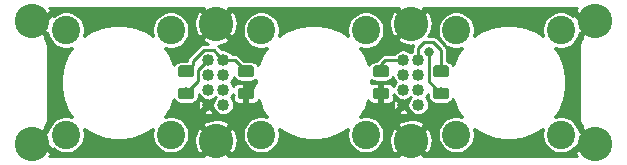
<source format=gbr>
G04 #@! TF.GenerationSoftware,KiCad,Pcbnew,(5.1.4)-1*
G04 #@! TF.CreationDate,2019-10-25T22:43:12-07:00*
G04 #@! TF.ProjectId,SkateLightLEDBoard1.0,536b6174-654c-4696-9768-744c4544426f,rev?*
G04 #@! TF.SameCoordinates,Original*
G04 #@! TF.FileFunction,Copper,L1,Top*
G04 #@! TF.FilePolarity,Positive*
%FSLAX46Y46*%
G04 Gerber Fmt 4.6, Leading zero omitted, Abs format (unit mm)*
G04 Created by KiCad (PCBNEW (5.1.4)-1) date 2019-10-25 22:43:12*
%MOMM*%
%LPD*%
G04 APERTURE LIST*
%ADD10C,1.016000*%
%ADD11C,2.921000*%
%ADD12C,2.400000*%
%ADD13C,0.100000*%
%ADD14C,0.975000*%
%ADD15C,0.800000*%
%ADD16C,0.250000*%
%ADD17C,0.200000*%
%ADD18C,0.500000*%
%ADD19C,0.254000*%
G04 APERTURE END LIST*
D10*
X-8890000Y-1905000D03*
X-7620000Y-1905000D03*
X-8890000Y-635000D03*
X-7620000Y-635000D03*
X-8890000Y635000D03*
X-7620000Y635000D03*
X-8890000Y1905000D03*
X-7620000Y1905000D03*
D11*
X8255000Y-4953000D03*
X8255000Y4953000D03*
X-8255000Y-4953000D03*
X-8255000Y4953000D03*
D10*
X7620000Y-1905000D03*
X8890000Y-1905000D03*
X7620000Y-635000D03*
X8890000Y-635000D03*
X7620000Y635000D03*
X8890000Y635000D03*
X7620000Y1905000D03*
X8890000Y1905000D03*
D12*
X4423000Y-4423000D03*
X-4423000Y-4423000D03*
X-4423000Y4423000D03*
X4423000Y4423000D03*
D13*
G36*
X11275142Y1423826D02*
G01*
X11298803Y1420316D01*
X11322007Y1414504D01*
X11344529Y1406446D01*
X11366153Y1396218D01*
X11386670Y1383921D01*
X11405883Y1369671D01*
X11423607Y1353607D01*
X11439671Y1335883D01*
X11453921Y1316670D01*
X11466218Y1296153D01*
X11476446Y1274529D01*
X11484504Y1252007D01*
X11490316Y1228803D01*
X11493826Y1205142D01*
X11495000Y1181250D01*
X11495000Y693750D01*
X11493826Y669858D01*
X11490316Y646197D01*
X11484504Y622993D01*
X11476446Y600471D01*
X11466218Y578847D01*
X11453921Y558330D01*
X11439671Y539117D01*
X11423607Y521393D01*
X11405883Y505329D01*
X11386670Y491079D01*
X11366153Y478782D01*
X11344529Y468554D01*
X11322007Y460496D01*
X11298803Y454684D01*
X11275142Y451174D01*
X11251250Y450000D01*
X10338750Y450000D01*
X10314858Y451174D01*
X10291197Y454684D01*
X10267993Y460496D01*
X10245471Y468554D01*
X10223847Y478782D01*
X10203330Y491079D01*
X10184117Y505329D01*
X10166393Y521393D01*
X10150329Y539117D01*
X10136079Y558330D01*
X10123782Y578847D01*
X10113554Y600471D01*
X10105496Y622993D01*
X10099684Y646197D01*
X10096174Y669858D01*
X10095000Y693750D01*
X10095000Y1181250D01*
X10096174Y1205142D01*
X10099684Y1228803D01*
X10105496Y1252007D01*
X10113554Y1274529D01*
X10123782Y1296153D01*
X10136079Y1316670D01*
X10150329Y1335883D01*
X10166393Y1353607D01*
X10184117Y1369671D01*
X10203330Y1383921D01*
X10223847Y1396218D01*
X10245471Y1406446D01*
X10267993Y1414504D01*
X10291197Y1420316D01*
X10314858Y1423826D01*
X10338750Y1425000D01*
X11251250Y1425000D01*
X11275142Y1423826D01*
X11275142Y1423826D01*
G37*
D14*
X10795000Y937500D03*
D13*
G36*
X11275142Y-451174D02*
G01*
X11298803Y-454684D01*
X11322007Y-460496D01*
X11344529Y-468554D01*
X11366153Y-478782D01*
X11386670Y-491079D01*
X11405883Y-505329D01*
X11423607Y-521393D01*
X11439671Y-539117D01*
X11453921Y-558330D01*
X11466218Y-578847D01*
X11476446Y-600471D01*
X11484504Y-622993D01*
X11490316Y-646197D01*
X11493826Y-669858D01*
X11495000Y-693750D01*
X11495000Y-1181250D01*
X11493826Y-1205142D01*
X11490316Y-1228803D01*
X11484504Y-1252007D01*
X11476446Y-1274529D01*
X11466218Y-1296153D01*
X11453921Y-1316670D01*
X11439671Y-1335883D01*
X11423607Y-1353607D01*
X11405883Y-1369671D01*
X11386670Y-1383921D01*
X11366153Y-1396218D01*
X11344529Y-1406446D01*
X11322007Y-1414504D01*
X11298803Y-1420316D01*
X11275142Y-1423826D01*
X11251250Y-1425000D01*
X10338750Y-1425000D01*
X10314858Y-1423826D01*
X10291197Y-1420316D01*
X10267993Y-1414504D01*
X10245471Y-1406446D01*
X10223847Y-1396218D01*
X10203330Y-1383921D01*
X10184117Y-1369671D01*
X10166393Y-1353607D01*
X10150329Y-1335883D01*
X10136079Y-1316670D01*
X10123782Y-1296153D01*
X10113554Y-1274529D01*
X10105496Y-1252007D01*
X10099684Y-1228803D01*
X10096174Y-1205142D01*
X10095000Y-1181250D01*
X10095000Y-693750D01*
X10096174Y-669858D01*
X10099684Y-646197D01*
X10105496Y-622993D01*
X10113554Y-600471D01*
X10123782Y-578847D01*
X10136079Y-558330D01*
X10150329Y-539117D01*
X10166393Y-521393D01*
X10184117Y-505329D01*
X10203330Y-491079D01*
X10223847Y-478782D01*
X10245471Y-468554D01*
X10267993Y-460496D01*
X10291197Y-454684D01*
X10314858Y-451174D01*
X10338750Y-450000D01*
X11251250Y-450000D01*
X11275142Y-451174D01*
X11275142Y-451174D01*
G37*
D14*
X10795000Y-937500D03*
D13*
G36*
X-10314858Y-451174D02*
G01*
X-10291197Y-454684D01*
X-10267993Y-460496D01*
X-10245471Y-468554D01*
X-10223847Y-478782D01*
X-10203330Y-491079D01*
X-10184117Y-505329D01*
X-10166393Y-521393D01*
X-10150329Y-539117D01*
X-10136079Y-558330D01*
X-10123782Y-578847D01*
X-10113554Y-600471D01*
X-10105496Y-622993D01*
X-10099684Y-646197D01*
X-10096174Y-669858D01*
X-10095000Y-693750D01*
X-10095000Y-1181250D01*
X-10096174Y-1205142D01*
X-10099684Y-1228803D01*
X-10105496Y-1252007D01*
X-10113554Y-1274529D01*
X-10123782Y-1296153D01*
X-10136079Y-1316670D01*
X-10150329Y-1335883D01*
X-10166393Y-1353607D01*
X-10184117Y-1369671D01*
X-10203330Y-1383921D01*
X-10223847Y-1396218D01*
X-10245471Y-1406446D01*
X-10267993Y-1414504D01*
X-10291197Y-1420316D01*
X-10314858Y-1423826D01*
X-10338750Y-1425000D01*
X-11251250Y-1425000D01*
X-11275142Y-1423826D01*
X-11298803Y-1420316D01*
X-11322007Y-1414504D01*
X-11344529Y-1406446D01*
X-11366153Y-1396218D01*
X-11386670Y-1383921D01*
X-11405883Y-1369671D01*
X-11423607Y-1353607D01*
X-11439671Y-1335883D01*
X-11453921Y-1316670D01*
X-11466218Y-1296153D01*
X-11476446Y-1274529D01*
X-11484504Y-1252007D01*
X-11490316Y-1228803D01*
X-11493826Y-1205142D01*
X-11495000Y-1181250D01*
X-11495000Y-693750D01*
X-11493826Y-669858D01*
X-11490316Y-646197D01*
X-11484504Y-622993D01*
X-11476446Y-600471D01*
X-11466218Y-578847D01*
X-11453921Y-558330D01*
X-11439671Y-539117D01*
X-11423607Y-521393D01*
X-11405883Y-505329D01*
X-11386670Y-491079D01*
X-11366153Y-478782D01*
X-11344529Y-468554D01*
X-11322007Y-460496D01*
X-11298803Y-454684D01*
X-11275142Y-451174D01*
X-11251250Y-450000D01*
X-10338750Y-450000D01*
X-10314858Y-451174D01*
X-10314858Y-451174D01*
G37*
D14*
X-10795000Y-937500D03*
D13*
G36*
X-10314858Y1423826D02*
G01*
X-10291197Y1420316D01*
X-10267993Y1414504D01*
X-10245471Y1406446D01*
X-10223847Y1396218D01*
X-10203330Y1383921D01*
X-10184117Y1369671D01*
X-10166393Y1353607D01*
X-10150329Y1335883D01*
X-10136079Y1316670D01*
X-10123782Y1296153D01*
X-10113554Y1274529D01*
X-10105496Y1252007D01*
X-10099684Y1228803D01*
X-10096174Y1205142D01*
X-10095000Y1181250D01*
X-10095000Y693750D01*
X-10096174Y669858D01*
X-10099684Y646197D01*
X-10105496Y622993D01*
X-10113554Y600471D01*
X-10123782Y578847D01*
X-10136079Y558330D01*
X-10150329Y539117D01*
X-10166393Y521393D01*
X-10184117Y505329D01*
X-10203330Y491079D01*
X-10223847Y478782D01*
X-10245471Y468554D01*
X-10267993Y460496D01*
X-10291197Y454684D01*
X-10314858Y451174D01*
X-10338750Y450000D01*
X-11251250Y450000D01*
X-11275142Y451174D01*
X-11298803Y454684D01*
X-11322007Y460496D01*
X-11344529Y468554D01*
X-11366153Y478782D01*
X-11386670Y491079D01*
X-11405883Y505329D01*
X-11423607Y521393D01*
X-11439671Y539117D01*
X-11453921Y558330D01*
X-11466218Y578847D01*
X-11476446Y600471D01*
X-11484504Y622993D01*
X-11490316Y646197D01*
X-11493826Y669858D01*
X-11495000Y693750D01*
X-11495000Y1181250D01*
X-11493826Y1205142D01*
X-11490316Y1228803D01*
X-11484504Y1252007D01*
X-11476446Y1274529D01*
X-11466218Y1296153D01*
X-11453921Y1316670D01*
X-11439671Y1335883D01*
X-11423607Y1353607D01*
X-11405883Y1369671D01*
X-11386670Y1383921D01*
X-11366153Y1396218D01*
X-11344529Y1406446D01*
X-11322007Y1414504D01*
X-11298803Y1420316D01*
X-11275142Y1423826D01*
X-11251250Y1425000D01*
X-10338750Y1425000D01*
X-10314858Y1423826D01*
X-10314858Y1423826D01*
G37*
D14*
X-10795000Y937500D03*
D11*
X23812500Y5207000D03*
X23812500Y-5207000D03*
X-23812500Y5207000D03*
X-23812500Y-5207000D03*
D13*
G36*
X6195142Y-451174D02*
G01*
X6218803Y-454684D01*
X6242007Y-460496D01*
X6264529Y-468554D01*
X6286153Y-478782D01*
X6306670Y-491079D01*
X6325883Y-505329D01*
X6343607Y-521393D01*
X6359671Y-539117D01*
X6373921Y-558330D01*
X6386218Y-578847D01*
X6396446Y-600471D01*
X6404504Y-622993D01*
X6410316Y-646197D01*
X6413826Y-669858D01*
X6415000Y-693750D01*
X6415000Y-1181250D01*
X6413826Y-1205142D01*
X6410316Y-1228803D01*
X6404504Y-1252007D01*
X6396446Y-1274529D01*
X6386218Y-1296153D01*
X6373921Y-1316670D01*
X6359671Y-1335883D01*
X6343607Y-1353607D01*
X6325883Y-1369671D01*
X6306670Y-1383921D01*
X6286153Y-1396218D01*
X6264529Y-1406446D01*
X6242007Y-1414504D01*
X6218803Y-1420316D01*
X6195142Y-1423826D01*
X6171250Y-1425000D01*
X5258750Y-1425000D01*
X5234858Y-1423826D01*
X5211197Y-1420316D01*
X5187993Y-1414504D01*
X5165471Y-1406446D01*
X5143847Y-1396218D01*
X5123330Y-1383921D01*
X5104117Y-1369671D01*
X5086393Y-1353607D01*
X5070329Y-1335883D01*
X5056079Y-1316670D01*
X5043782Y-1296153D01*
X5033554Y-1274529D01*
X5025496Y-1252007D01*
X5019684Y-1228803D01*
X5016174Y-1205142D01*
X5015000Y-1181250D01*
X5015000Y-693750D01*
X5016174Y-669858D01*
X5019684Y-646197D01*
X5025496Y-622993D01*
X5033554Y-600471D01*
X5043782Y-578847D01*
X5056079Y-558330D01*
X5070329Y-539117D01*
X5086393Y-521393D01*
X5104117Y-505329D01*
X5123330Y-491079D01*
X5143847Y-478782D01*
X5165471Y-468554D01*
X5187993Y-460496D01*
X5211197Y-454684D01*
X5234858Y-451174D01*
X5258750Y-450000D01*
X6171250Y-450000D01*
X6195142Y-451174D01*
X6195142Y-451174D01*
G37*
D14*
X5715000Y-937500D03*
D13*
G36*
X6195142Y1423826D02*
G01*
X6218803Y1420316D01*
X6242007Y1414504D01*
X6264529Y1406446D01*
X6286153Y1396218D01*
X6306670Y1383921D01*
X6325883Y1369671D01*
X6343607Y1353607D01*
X6359671Y1335883D01*
X6373921Y1316670D01*
X6386218Y1296153D01*
X6396446Y1274529D01*
X6404504Y1252007D01*
X6410316Y1228803D01*
X6413826Y1205142D01*
X6415000Y1181250D01*
X6415000Y693750D01*
X6413826Y669858D01*
X6410316Y646197D01*
X6404504Y622993D01*
X6396446Y600471D01*
X6386218Y578847D01*
X6373921Y558330D01*
X6359671Y539117D01*
X6343607Y521393D01*
X6325883Y505329D01*
X6306670Y491079D01*
X6286153Y478782D01*
X6264529Y468554D01*
X6242007Y460496D01*
X6218803Y454684D01*
X6195142Y451174D01*
X6171250Y450000D01*
X5258750Y450000D01*
X5234858Y451174D01*
X5211197Y454684D01*
X5187993Y460496D01*
X5165471Y468554D01*
X5143847Y478782D01*
X5123330Y491079D01*
X5104117Y505329D01*
X5086393Y521393D01*
X5070329Y539117D01*
X5056079Y558330D01*
X5043782Y578847D01*
X5033554Y600471D01*
X5025496Y622993D01*
X5019684Y646197D01*
X5016174Y669858D01*
X5015000Y693750D01*
X5015000Y1181250D01*
X5016174Y1205142D01*
X5019684Y1228803D01*
X5025496Y1252007D01*
X5033554Y1274529D01*
X5043782Y1296153D01*
X5056079Y1316670D01*
X5070329Y1335883D01*
X5086393Y1353607D01*
X5104117Y1369671D01*
X5123330Y1383921D01*
X5143847Y1396218D01*
X5165471Y1406446D01*
X5187993Y1414504D01*
X5211197Y1420316D01*
X5234858Y1423826D01*
X5258750Y1425000D01*
X6171250Y1425000D01*
X6195142Y1423826D01*
X6195142Y1423826D01*
G37*
D14*
X5715000Y937500D03*
D13*
G36*
X-5234858Y-451174D02*
G01*
X-5211197Y-454684D01*
X-5187993Y-460496D01*
X-5165471Y-468554D01*
X-5143847Y-478782D01*
X-5123330Y-491079D01*
X-5104117Y-505329D01*
X-5086393Y-521393D01*
X-5070329Y-539117D01*
X-5056079Y-558330D01*
X-5043782Y-578847D01*
X-5033554Y-600471D01*
X-5025496Y-622993D01*
X-5019684Y-646197D01*
X-5016174Y-669858D01*
X-5015000Y-693750D01*
X-5015000Y-1181250D01*
X-5016174Y-1205142D01*
X-5019684Y-1228803D01*
X-5025496Y-1252007D01*
X-5033554Y-1274529D01*
X-5043782Y-1296153D01*
X-5056079Y-1316670D01*
X-5070329Y-1335883D01*
X-5086393Y-1353607D01*
X-5104117Y-1369671D01*
X-5123330Y-1383921D01*
X-5143847Y-1396218D01*
X-5165471Y-1406446D01*
X-5187993Y-1414504D01*
X-5211197Y-1420316D01*
X-5234858Y-1423826D01*
X-5258750Y-1425000D01*
X-6171250Y-1425000D01*
X-6195142Y-1423826D01*
X-6218803Y-1420316D01*
X-6242007Y-1414504D01*
X-6264529Y-1406446D01*
X-6286153Y-1396218D01*
X-6306670Y-1383921D01*
X-6325883Y-1369671D01*
X-6343607Y-1353607D01*
X-6359671Y-1335883D01*
X-6373921Y-1316670D01*
X-6386218Y-1296153D01*
X-6396446Y-1274529D01*
X-6404504Y-1252007D01*
X-6410316Y-1228803D01*
X-6413826Y-1205142D01*
X-6415000Y-1181250D01*
X-6415000Y-693750D01*
X-6413826Y-669858D01*
X-6410316Y-646197D01*
X-6404504Y-622993D01*
X-6396446Y-600471D01*
X-6386218Y-578847D01*
X-6373921Y-558330D01*
X-6359671Y-539117D01*
X-6343607Y-521393D01*
X-6325883Y-505329D01*
X-6306670Y-491079D01*
X-6286153Y-478782D01*
X-6264529Y-468554D01*
X-6242007Y-460496D01*
X-6218803Y-454684D01*
X-6195142Y-451174D01*
X-6171250Y-450000D01*
X-5258750Y-450000D01*
X-5234858Y-451174D01*
X-5234858Y-451174D01*
G37*
D14*
X-5715000Y-937500D03*
D13*
G36*
X-5234858Y1423826D02*
G01*
X-5211197Y1420316D01*
X-5187993Y1414504D01*
X-5165471Y1406446D01*
X-5143847Y1396218D01*
X-5123330Y1383921D01*
X-5104117Y1369671D01*
X-5086393Y1353607D01*
X-5070329Y1335883D01*
X-5056079Y1316670D01*
X-5043782Y1296153D01*
X-5033554Y1274529D01*
X-5025496Y1252007D01*
X-5019684Y1228803D01*
X-5016174Y1205142D01*
X-5015000Y1181250D01*
X-5015000Y693750D01*
X-5016174Y669858D01*
X-5019684Y646197D01*
X-5025496Y622993D01*
X-5033554Y600471D01*
X-5043782Y578847D01*
X-5056079Y558330D01*
X-5070329Y539117D01*
X-5086393Y521393D01*
X-5104117Y505329D01*
X-5123330Y491079D01*
X-5143847Y478782D01*
X-5165471Y468554D01*
X-5187993Y460496D01*
X-5211197Y454684D01*
X-5234858Y451174D01*
X-5258750Y450000D01*
X-6171250Y450000D01*
X-6195142Y451174D01*
X-6218803Y454684D01*
X-6242007Y460496D01*
X-6264529Y468554D01*
X-6286153Y478782D01*
X-6306670Y491079D01*
X-6325883Y505329D01*
X-6343607Y521393D01*
X-6359671Y539117D01*
X-6373921Y558330D01*
X-6386218Y578847D01*
X-6396446Y600471D01*
X-6404504Y622993D01*
X-6410316Y646197D01*
X-6413826Y669858D01*
X-6415000Y693750D01*
X-6415000Y1181250D01*
X-6413826Y1205142D01*
X-6410316Y1228803D01*
X-6404504Y1252007D01*
X-6396446Y1274529D01*
X-6386218Y1296153D01*
X-6373921Y1316670D01*
X-6359671Y1335883D01*
X-6343607Y1353607D01*
X-6325883Y1369671D01*
X-6306670Y1383921D01*
X-6286153Y1396218D01*
X-6264529Y1406446D01*
X-6242007Y1414504D01*
X-6218803Y1420316D01*
X-6195142Y1423826D01*
X-6171250Y1425000D01*
X-5258750Y1425000D01*
X-5234858Y1423826D01*
X-5234858Y1423826D01*
G37*
D14*
X-5715000Y937500D03*
D12*
X20933000Y-4423000D03*
X12087000Y-4423000D03*
X12087000Y4423000D03*
X20933000Y4423000D03*
X-12087000Y-4423000D03*
X-20933000Y-4423000D03*
X-20933000Y4423000D03*
X-12087000Y4423000D03*
D15*
X9786398Y2556260D03*
X-5321300Y-337820D03*
X10668000Y-5842000D03*
X10668000Y5842000D03*
X5842000Y5842000D03*
X5842000Y-5842000D03*
X-5842000Y5842000D03*
X-5842000Y-5842000D03*
X-10668000Y5842000D03*
X-10845800Y-5892800D03*
X5702300Y-1013460D03*
X6477000Y-3556000D03*
X-5481320Y2537460D03*
D16*
X6901580Y1905000D02*
X7620000Y1905000D01*
X6095000Y1905000D02*
X6901580Y1905000D01*
X5715000Y1525000D02*
X6095000Y1905000D01*
X5715000Y937500D02*
X5715000Y1525000D01*
X10238763Y-381263D02*
X10795000Y-937500D01*
X9769990Y87510D02*
X10238763Y-381263D01*
X9769990Y1974167D02*
X9769990Y87510D01*
X9786398Y1990575D02*
X9769990Y1974167D01*
X9786398Y2556260D02*
X9786398Y1990575D01*
X-8127999Y2412999D02*
X-7620000Y1905000D01*
X-8453001Y2738001D02*
X-8127999Y2412999D01*
X-9289841Y2738001D02*
X-8453001Y2738001D01*
X-10238763Y1789079D02*
X-9289841Y2738001D01*
X-10238763Y1493737D02*
X-10238763Y1789079D01*
X-10795000Y937500D02*
X-10238763Y1493737D01*
X-6682500Y1905000D02*
X-5715000Y937500D01*
X-7620000Y1905000D02*
X-6682500Y1905000D01*
D17*
X-7317500Y4356000D02*
X-7317500Y5588000D01*
D18*
X-23812500Y5207000D02*
X-22788880Y5207000D01*
X-22788880Y5207000D02*
X-22029420Y5966460D01*
X-23812500Y-5207000D02*
X-22839680Y-5207000D01*
X-22839680Y-5207000D02*
X-22044660Y-6002020D01*
X23812500Y5207000D02*
X22799040Y5207000D01*
X22799040Y5207000D02*
X21948140Y6057900D01*
X23812500Y-5207000D02*
X22740620Y-5207000D01*
X22740620Y-5207000D02*
X21973540Y-5974080D01*
D17*
X-9255000Y-5522000D02*
X-9255000Y-4922000D01*
X-7255000Y-4572000D02*
X-7255000Y-5172000D01*
D16*
X10795000Y937500D02*
X10795000Y2750820D01*
X10795000Y2750820D02*
X10144760Y3401060D01*
X10144760Y3401060D02*
X9372600Y3401060D01*
X8890000Y2918460D02*
X8890000Y1905000D01*
X9372600Y3401060D02*
X8890000Y2918460D01*
X-9397999Y1397001D02*
X-8890000Y1905000D01*
X-9769990Y1025010D02*
X-9397999Y1397001D01*
X-9769990Y87510D02*
X-9769990Y1025010D01*
X-10795000Y-937500D02*
X-9769990Y87510D01*
D19*
G36*
X6765164Y375688D02*
G01*
X6832179Y213901D01*
X6929469Y68296D01*
X6997765Y0D01*
X6929469Y-68296D01*
X6832179Y-213901D01*
X6779848Y-340238D01*
X6768701Y-303492D01*
X6733322Y-237304D01*
X6685711Y-179289D01*
X6627696Y-131678D01*
X6561508Y-96299D01*
X6489689Y-74513D01*
X6415000Y-67157D01*
X5937250Y-69000D01*
X5842000Y-164250D01*
X5842000Y-810500D01*
X5862000Y-810500D01*
X5862000Y-1064500D01*
X5842000Y-1064500D01*
X5842000Y-1710750D01*
X5937250Y-1806000D01*
X6415000Y-1807843D01*
X6489689Y-1800487D01*
X6561508Y-1778701D01*
X6627696Y-1743322D01*
X6685711Y-1695711D01*
X6733322Y-1637696D01*
X6768701Y-1571508D01*
X6790487Y-1499689D01*
X6797843Y-1425000D01*
X6796000Y-1159750D01*
X6700752Y-1064502D01*
X6796000Y-1064502D01*
X6796000Y-968756D01*
X6832179Y-1056099D01*
X6929469Y-1201704D01*
X7053296Y-1325531D01*
X7198901Y-1422821D01*
X7360688Y-1489836D01*
X7390340Y-1495734D01*
X7620000Y-1725395D01*
X7849660Y-1495734D01*
X7879312Y-1489836D01*
X8041099Y-1422821D01*
X8186704Y-1325531D01*
X8255000Y-1257235D01*
X8267765Y-1270000D01*
X8199469Y-1338296D01*
X8102179Y-1483901D01*
X8035164Y-1645688D01*
X8029266Y-1675340D01*
X7799605Y-1905000D01*
X8029266Y-2134660D01*
X8035164Y-2164312D01*
X8102179Y-2326099D01*
X8199469Y-2471704D01*
X8323296Y-2595531D01*
X8468901Y-2692821D01*
X8630688Y-2759836D01*
X8802441Y-2794000D01*
X8977559Y-2794000D01*
X9149312Y-2759836D01*
X9311099Y-2692821D01*
X9456704Y-2595531D01*
X9580531Y-2471704D01*
X9677821Y-2326099D01*
X9744836Y-2164312D01*
X9779000Y-1992559D01*
X9779000Y-1817441D01*
X9744836Y-1645688D01*
X9677821Y-1483901D01*
X9580531Y-1338296D01*
X9512235Y-1270000D01*
X9580531Y-1201704D01*
X9677821Y-1056099D01*
X9712157Y-973205D01*
X9712157Y-1181250D01*
X9724197Y-1303492D01*
X9759854Y-1421037D01*
X9817757Y-1529366D01*
X9895682Y-1624318D01*
X9990634Y-1702243D01*
X10098963Y-1760146D01*
X10216508Y-1795803D01*
X10338750Y-1807843D01*
X11251250Y-1807843D01*
X11373492Y-1795803D01*
X11491037Y-1760146D01*
X11599366Y-1702243D01*
X11694318Y-1624318D01*
X11772243Y-1529366D01*
X11821870Y-1436520D01*
X12184514Y-2312020D01*
X12591122Y-2920552D01*
X12548161Y-2902757D01*
X12242715Y-2842000D01*
X11931285Y-2842000D01*
X11625839Y-2902757D01*
X11338116Y-3021936D01*
X11079171Y-3194957D01*
X10858957Y-3415171D01*
X10685936Y-3674116D01*
X10566757Y-3961839D01*
X10506000Y-4267285D01*
X10506000Y-4578715D01*
X10566757Y-4884161D01*
X10685936Y-5171884D01*
X10858957Y-5430829D01*
X11079171Y-5651043D01*
X11338116Y-5824064D01*
X11625839Y-5943243D01*
X11931285Y-6004000D01*
X12242715Y-6004000D01*
X12548161Y-5943243D01*
X12835884Y-5824064D01*
X13094829Y-5651043D01*
X13315043Y-5430829D01*
X13488064Y-5171884D01*
X13607243Y-4884161D01*
X13668000Y-4578715D01*
X13668000Y-4267285D01*
X13607243Y-3961839D01*
X13589448Y-3918878D01*
X14197980Y-4325486D01*
X15086265Y-4693426D01*
X16029263Y-4881000D01*
X16990737Y-4881000D01*
X17933735Y-4693426D01*
X18822020Y-4325486D01*
X19430552Y-3918878D01*
X19412757Y-3961839D01*
X19352000Y-4267285D01*
X19352000Y-4578715D01*
X19412757Y-4884161D01*
X19531936Y-5171884D01*
X19704957Y-5430829D01*
X19925171Y-5651043D01*
X20184116Y-5824064D01*
X20471839Y-5943243D01*
X20777285Y-6004000D01*
X21088715Y-6004000D01*
X21394161Y-5943243D01*
X21681884Y-5824064D01*
X21940829Y-5651043D01*
X22004682Y-5587190D01*
X22009048Y-5621222D01*
X22124512Y-5965099D01*
X22244368Y-6189334D01*
X22348532Y-6261100D01*
X9383495Y-6261100D01*
X8255000Y-5132605D01*
X7126505Y-6261100D01*
X-7126505Y-6261100D01*
X-8255000Y-5132605D01*
X-9383495Y-6261100D01*
X-22348532Y-6261100D01*
X-22244368Y-6189334D01*
X-22082855Y-5864531D01*
X-22006944Y-5584928D01*
X-21940829Y-5651043D01*
X-21681884Y-5824064D01*
X-21394161Y-5943243D01*
X-21088715Y-6004000D01*
X-20777285Y-6004000D01*
X-20471839Y-5943243D01*
X-20184116Y-5824064D01*
X-19925171Y-5651043D01*
X-19704957Y-5430829D01*
X-19531936Y-5171884D01*
X-19412757Y-4884161D01*
X-19352000Y-4578715D01*
X-19352000Y-4267285D01*
X-19412757Y-3961839D01*
X-19430552Y-3918878D01*
X-18822020Y-4325486D01*
X-17933735Y-4693426D01*
X-16990737Y-4881000D01*
X-16029263Y-4881000D01*
X-15086265Y-4693426D01*
X-14197980Y-4325486D01*
X-13589448Y-3918878D01*
X-13607243Y-3961839D01*
X-13668000Y-4267285D01*
X-13668000Y-4578715D01*
X-13607243Y-4884161D01*
X-13488064Y-5171884D01*
X-13315043Y-5430829D01*
X-13094829Y-5651043D01*
X-12835884Y-5824064D01*
X-12548161Y-5943243D01*
X-12242715Y-6004000D01*
X-11931285Y-6004000D01*
X-11625839Y-5943243D01*
X-11338116Y-5824064D01*
X-11079171Y-5651043D01*
X-10858957Y-5430829D01*
X-10685936Y-5171884D01*
X-10617816Y-5007427D01*
X-10104610Y-5007427D01*
X-10058452Y-5367222D01*
X-9942988Y-5711099D01*
X-9823132Y-5935334D01*
X-9582635Y-6101030D01*
X-8434605Y-4953000D01*
X-8075395Y-4953000D01*
X-6927365Y-6101030D01*
X-6686868Y-5935334D01*
X-6525355Y-5610531D01*
X-6430312Y-5260460D01*
X-6405390Y-4898573D01*
X-6451548Y-4538778D01*
X-6567012Y-4194901D01*
X-6686868Y-3970666D01*
X-6927365Y-3804970D01*
X-8075395Y-4953000D01*
X-8434605Y-4953000D01*
X-9582635Y-3804970D01*
X-9823132Y-3970666D01*
X-9984645Y-4295469D01*
X-10079688Y-4645540D01*
X-10104610Y-5007427D01*
X-10617816Y-5007427D01*
X-10566757Y-4884161D01*
X-10506000Y-4578715D01*
X-10506000Y-4267285D01*
X-10566757Y-3961839D01*
X-10685936Y-3674116D01*
X-10718510Y-3625365D01*
X-9403030Y-3625365D01*
X-8255000Y-4773395D01*
X-7106970Y-3625365D01*
X-7272666Y-3384868D01*
X-7597469Y-3223355D01*
X-7947540Y-3128312D01*
X-8309427Y-3103390D01*
X-8669222Y-3149548D01*
X-9013099Y-3265012D01*
X-9237334Y-3384868D01*
X-9403030Y-3625365D01*
X-10718510Y-3625365D01*
X-10858957Y-3415171D01*
X-11079171Y-3194957D01*
X-11338116Y-3021936D01*
X-11625839Y-2902757D01*
X-11931285Y-2842000D01*
X-12242715Y-2842000D01*
X-12548161Y-2902757D01*
X-12591122Y-2920552D01*
X-12344810Y-2551919D01*
X-9357313Y-2551919D01*
X-9306991Y-2695004D01*
X-9144857Y-2761175D01*
X-8972929Y-2794443D01*
X-8797814Y-2793531D01*
X-8626241Y-2758474D01*
X-8473009Y-2695004D01*
X-8422687Y-2551919D01*
X-8890000Y-2084605D01*
X-9357313Y-2551919D01*
X-12344810Y-2551919D01*
X-12184514Y-2312020D01*
X-11981571Y-1822071D01*
X-9779443Y-1822071D01*
X-9778531Y-1997186D01*
X-9743474Y-2168759D01*
X-9680004Y-2321991D01*
X-9536919Y-2372313D01*
X-9069605Y-1905000D01*
X-9536919Y-1437687D01*
X-9680004Y-1488009D01*
X-9746175Y-1650143D01*
X-9779443Y-1822071D01*
X-11981571Y-1822071D01*
X-11821870Y-1436520D01*
X-11772243Y-1529366D01*
X-11694318Y-1624318D01*
X-11599366Y-1702243D01*
X-11491037Y-1760146D01*
X-11373492Y-1795803D01*
X-11251250Y-1807843D01*
X-10338750Y-1807843D01*
X-10216508Y-1795803D01*
X-10098963Y-1760146D01*
X-9990634Y-1702243D01*
X-9895682Y-1624318D01*
X-9817757Y-1529366D01*
X-9759854Y-1421037D01*
X-9724197Y-1303492D01*
X-9712157Y-1181250D01*
X-9712157Y-973205D01*
X-9677821Y-1056099D01*
X-9580531Y-1201704D01*
X-9456704Y-1325531D01*
X-9311099Y-1422821D01*
X-9149312Y-1489836D01*
X-9119660Y-1495734D01*
X-8890000Y-1725395D01*
X-8660340Y-1495734D01*
X-8630688Y-1489836D01*
X-8468901Y-1422821D01*
X-8323296Y-1325531D01*
X-8255000Y-1257235D01*
X-8242235Y-1270000D01*
X-8310531Y-1338296D01*
X-8407821Y-1483901D01*
X-8474836Y-1645688D01*
X-8480734Y-1675340D01*
X-8710395Y-1905000D01*
X-8480734Y-2134660D01*
X-8474836Y-2164312D01*
X-8407821Y-2326099D01*
X-8310531Y-2471704D01*
X-8186704Y-2595531D01*
X-8041099Y-2692821D01*
X-7879312Y-2759836D01*
X-7707559Y-2794000D01*
X-7532441Y-2794000D01*
X-7360688Y-2759836D01*
X-7198901Y-2692821D01*
X-7053296Y-2595531D01*
X-6929469Y-2471704D01*
X-6832179Y-2326099D01*
X-6765164Y-2164312D01*
X-6731000Y-1992559D01*
X-6731000Y-1817441D01*
X-6765164Y-1645688D01*
X-6832179Y-1483901D01*
X-6929469Y-1338296D01*
X-6997765Y-1270000D01*
X-6929469Y-1201704D01*
X-6832179Y-1056099D01*
X-6796000Y-968756D01*
X-6796000Y-1064502D01*
X-6700752Y-1064502D01*
X-6796000Y-1159750D01*
X-6797843Y-1425000D01*
X-6790487Y-1499689D01*
X-6768701Y-1571508D01*
X-6733322Y-1637696D01*
X-6685711Y-1695711D01*
X-6627696Y-1743322D01*
X-6561508Y-1778701D01*
X-6489689Y-1800487D01*
X-6415000Y-1807843D01*
X-5937250Y-1806000D01*
X-5842000Y-1710750D01*
X-5842000Y-1064500D01*
X-5862000Y-1064500D01*
X-5862000Y-810500D01*
X-5842000Y-810500D01*
X-5842000Y-164250D01*
X-5937250Y-69000D01*
X-6415000Y-67157D01*
X-6489689Y-74513D01*
X-6561508Y-96299D01*
X-6627696Y-131678D01*
X-6685711Y-179289D01*
X-6733322Y-237304D01*
X-6768701Y-303492D01*
X-6779848Y-340238D01*
X-6832179Y-213901D01*
X-6929469Y-68296D01*
X-6997765Y0D01*
X-6929469Y68296D01*
X-6832179Y213901D01*
X-6765164Y375688D01*
X-6749744Y453210D01*
X-6692243Y345634D01*
X-6614318Y250682D01*
X-6519366Y172757D01*
X-6411037Y114854D01*
X-6293492Y79197D01*
X-6171250Y67157D01*
X-5258750Y67157D01*
X-5136508Y79197D01*
X-5018963Y114854D01*
X-4910634Y172757D01*
X-4881000Y197077D01*
X-4881000Y-92505D01*
X-4940311Y-74513D01*
X-5015000Y-67157D01*
X-5492750Y-69000D01*
X-5588000Y-164250D01*
X-5588000Y-810500D01*
X-5568000Y-810500D01*
X-5568000Y-1064500D01*
X-5588000Y-1064500D01*
X-5588000Y-1710750D01*
X-5492750Y-1806000D01*
X-5015000Y-1807843D01*
X-4940311Y-1800487D01*
X-4868492Y-1778701D01*
X-4802304Y-1743322D01*
X-4744289Y-1695711D01*
X-4696678Y-1637696D01*
X-4661299Y-1571508D01*
X-4649004Y-1530978D01*
X-4325486Y-2312020D01*
X-3918878Y-2920552D01*
X-3961839Y-2902757D01*
X-4267285Y-2842000D01*
X-4578715Y-2842000D01*
X-4884161Y-2902757D01*
X-5171884Y-3021936D01*
X-5430829Y-3194957D01*
X-5651043Y-3415171D01*
X-5824064Y-3674116D01*
X-5943243Y-3961839D01*
X-6004000Y-4267285D01*
X-6004000Y-4578715D01*
X-5943243Y-4884161D01*
X-5824064Y-5171884D01*
X-5651043Y-5430829D01*
X-5430829Y-5651043D01*
X-5171884Y-5824064D01*
X-4884161Y-5943243D01*
X-4578715Y-6004000D01*
X-4267285Y-6004000D01*
X-3961839Y-5943243D01*
X-3674116Y-5824064D01*
X-3415171Y-5651043D01*
X-3194957Y-5430829D01*
X-3021936Y-5171884D01*
X-2902757Y-4884161D01*
X-2842000Y-4578715D01*
X-2842000Y-4267285D01*
X-2902757Y-3961839D01*
X-2920552Y-3918878D01*
X-2312020Y-4325486D01*
X-1423735Y-4693426D01*
X-480737Y-4881000D01*
X480737Y-4881000D01*
X1423735Y-4693426D01*
X2312020Y-4325486D01*
X2920552Y-3918878D01*
X2902757Y-3961839D01*
X2842000Y-4267285D01*
X2842000Y-4578715D01*
X2902757Y-4884161D01*
X3021936Y-5171884D01*
X3194957Y-5430829D01*
X3415171Y-5651043D01*
X3674116Y-5824064D01*
X3961839Y-5943243D01*
X4267285Y-6004000D01*
X4578715Y-6004000D01*
X4884161Y-5943243D01*
X5171884Y-5824064D01*
X5430829Y-5651043D01*
X5651043Y-5430829D01*
X5824064Y-5171884D01*
X5892184Y-5007427D01*
X6405390Y-5007427D01*
X6451548Y-5367222D01*
X6567012Y-5711099D01*
X6686868Y-5935334D01*
X6927365Y-6101030D01*
X8075395Y-4953000D01*
X8434605Y-4953000D01*
X9582635Y-6101030D01*
X9823132Y-5935334D01*
X9984645Y-5610531D01*
X10079688Y-5260460D01*
X10104610Y-4898573D01*
X10058452Y-4538778D01*
X9942988Y-4194901D01*
X9823132Y-3970666D01*
X9582635Y-3804970D01*
X8434605Y-4953000D01*
X8075395Y-4953000D01*
X6927365Y-3804970D01*
X6686868Y-3970666D01*
X6525355Y-4295469D01*
X6430312Y-4645540D01*
X6405390Y-5007427D01*
X5892184Y-5007427D01*
X5943243Y-4884161D01*
X6004000Y-4578715D01*
X6004000Y-4267285D01*
X5943243Y-3961839D01*
X5824064Y-3674116D01*
X5791490Y-3625365D01*
X7106970Y-3625365D01*
X8255000Y-4773395D01*
X9403030Y-3625365D01*
X9237334Y-3384868D01*
X8912531Y-3223355D01*
X8562460Y-3128312D01*
X8200573Y-3103390D01*
X7840778Y-3149548D01*
X7496901Y-3265012D01*
X7272666Y-3384868D01*
X7106970Y-3625365D01*
X5791490Y-3625365D01*
X5651043Y-3415171D01*
X5430829Y-3194957D01*
X5171884Y-3021936D01*
X4884161Y-2902757D01*
X4578715Y-2842000D01*
X4267285Y-2842000D01*
X3961839Y-2902757D01*
X3918878Y-2920552D01*
X4165190Y-2551919D01*
X7152687Y-2551919D01*
X7203009Y-2695004D01*
X7365143Y-2761175D01*
X7537071Y-2794443D01*
X7712186Y-2793531D01*
X7883759Y-2758474D01*
X8036991Y-2695004D01*
X8087313Y-2551919D01*
X7620000Y-2084605D01*
X7152687Y-2551919D01*
X4165190Y-2551919D01*
X4325486Y-2312020D01*
X4528429Y-1822071D01*
X6730557Y-1822071D01*
X6731469Y-1997186D01*
X6766526Y-2168759D01*
X6829996Y-2321991D01*
X6973081Y-2372313D01*
X7440395Y-1905000D01*
X6973081Y-1437687D01*
X6829996Y-1488009D01*
X6763825Y-1650143D01*
X6730557Y-1822071D01*
X4528429Y-1822071D01*
X4649004Y-1530978D01*
X4661299Y-1571508D01*
X4696678Y-1637696D01*
X4744289Y-1695711D01*
X4802304Y-1743322D01*
X4868492Y-1778701D01*
X4940311Y-1800487D01*
X5015000Y-1807843D01*
X5492750Y-1806000D01*
X5588000Y-1710750D01*
X5588000Y-1064500D01*
X5568000Y-1064500D01*
X5568000Y-810500D01*
X5588000Y-810500D01*
X5588000Y-164250D01*
X5492750Y-69000D01*
X5015000Y-67157D01*
X4940311Y-74513D01*
X4881000Y-92505D01*
X4881000Y197077D01*
X4910634Y172757D01*
X5018963Y114854D01*
X5136508Y79197D01*
X5258750Y67157D01*
X6171250Y67157D01*
X6293492Y79197D01*
X6411037Y114854D01*
X6519366Y172757D01*
X6614318Y250682D01*
X6692243Y345634D01*
X6749744Y453210D01*
X6765164Y375688D01*
X6765164Y375688D01*
G37*
X6765164Y375688D02*
X6832179Y213901D01*
X6929469Y68296D01*
X6997765Y0D01*
X6929469Y-68296D01*
X6832179Y-213901D01*
X6779848Y-340238D01*
X6768701Y-303492D01*
X6733322Y-237304D01*
X6685711Y-179289D01*
X6627696Y-131678D01*
X6561508Y-96299D01*
X6489689Y-74513D01*
X6415000Y-67157D01*
X5937250Y-69000D01*
X5842000Y-164250D01*
X5842000Y-810500D01*
X5862000Y-810500D01*
X5862000Y-1064500D01*
X5842000Y-1064500D01*
X5842000Y-1710750D01*
X5937250Y-1806000D01*
X6415000Y-1807843D01*
X6489689Y-1800487D01*
X6561508Y-1778701D01*
X6627696Y-1743322D01*
X6685711Y-1695711D01*
X6733322Y-1637696D01*
X6768701Y-1571508D01*
X6790487Y-1499689D01*
X6797843Y-1425000D01*
X6796000Y-1159750D01*
X6700752Y-1064502D01*
X6796000Y-1064502D01*
X6796000Y-968756D01*
X6832179Y-1056099D01*
X6929469Y-1201704D01*
X7053296Y-1325531D01*
X7198901Y-1422821D01*
X7360688Y-1489836D01*
X7390340Y-1495734D01*
X7620000Y-1725395D01*
X7849660Y-1495734D01*
X7879312Y-1489836D01*
X8041099Y-1422821D01*
X8186704Y-1325531D01*
X8255000Y-1257235D01*
X8267765Y-1270000D01*
X8199469Y-1338296D01*
X8102179Y-1483901D01*
X8035164Y-1645688D01*
X8029266Y-1675340D01*
X7799605Y-1905000D01*
X8029266Y-2134660D01*
X8035164Y-2164312D01*
X8102179Y-2326099D01*
X8199469Y-2471704D01*
X8323296Y-2595531D01*
X8468901Y-2692821D01*
X8630688Y-2759836D01*
X8802441Y-2794000D01*
X8977559Y-2794000D01*
X9149312Y-2759836D01*
X9311099Y-2692821D01*
X9456704Y-2595531D01*
X9580531Y-2471704D01*
X9677821Y-2326099D01*
X9744836Y-2164312D01*
X9779000Y-1992559D01*
X9779000Y-1817441D01*
X9744836Y-1645688D01*
X9677821Y-1483901D01*
X9580531Y-1338296D01*
X9512235Y-1270000D01*
X9580531Y-1201704D01*
X9677821Y-1056099D01*
X9712157Y-973205D01*
X9712157Y-1181250D01*
X9724197Y-1303492D01*
X9759854Y-1421037D01*
X9817757Y-1529366D01*
X9895682Y-1624318D01*
X9990634Y-1702243D01*
X10098963Y-1760146D01*
X10216508Y-1795803D01*
X10338750Y-1807843D01*
X11251250Y-1807843D01*
X11373492Y-1795803D01*
X11491037Y-1760146D01*
X11599366Y-1702243D01*
X11694318Y-1624318D01*
X11772243Y-1529366D01*
X11821870Y-1436520D01*
X12184514Y-2312020D01*
X12591122Y-2920552D01*
X12548161Y-2902757D01*
X12242715Y-2842000D01*
X11931285Y-2842000D01*
X11625839Y-2902757D01*
X11338116Y-3021936D01*
X11079171Y-3194957D01*
X10858957Y-3415171D01*
X10685936Y-3674116D01*
X10566757Y-3961839D01*
X10506000Y-4267285D01*
X10506000Y-4578715D01*
X10566757Y-4884161D01*
X10685936Y-5171884D01*
X10858957Y-5430829D01*
X11079171Y-5651043D01*
X11338116Y-5824064D01*
X11625839Y-5943243D01*
X11931285Y-6004000D01*
X12242715Y-6004000D01*
X12548161Y-5943243D01*
X12835884Y-5824064D01*
X13094829Y-5651043D01*
X13315043Y-5430829D01*
X13488064Y-5171884D01*
X13607243Y-4884161D01*
X13668000Y-4578715D01*
X13668000Y-4267285D01*
X13607243Y-3961839D01*
X13589448Y-3918878D01*
X14197980Y-4325486D01*
X15086265Y-4693426D01*
X16029263Y-4881000D01*
X16990737Y-4881000D01*
X17933735Y-4693426D01*
X18822020Y-4325486D01*
X19430552Y-3918878D01*
X19412757Y-3961839D01*
X19352000Y-4267285D01*
X19352000Y-4578715D01*
X19412757Y-4884161D01*
X19531936Y-5171884D01*
X19704957Y-5430829D01*
X19925171Y-5651043D01*
X20184116Y-5824064D01*
X20471839Y-5943243D01*
X20777285Y-6004000D01*
X21088715Y-6004000D01*
X21394161Y-5943243D01*
X21681884Y-5824064D01*
X21940829Y-5651043D01*
X22004682Y-5587190D01*
X22009048Y-5621222D01*
X22124512Y-5965099D01*
X22244368Y-6189334D01*
X22348532Y-6261100D01*
X9383495Y-6261100D01*
X8255000Y-5132605D01*
X7126505Y-6261100D01*
X-7126505Y-6261100D01*
X-8255000Y-5132605D01*
X-9383495Y-6261100D01*
X-22348532Y-6261100D01*
X-22244368Y-6189334D01*
X-22082855Y-5864531D01*
X-22006944Y-5584928D01*
X-21940829Y-5651043D01*
X-21681884Y-5824064D01*
X-21394161Y-5943243D01*
X-21088715Y-6004000D01*
X-20777285Y-6004000D01*
X-20471839Y-5943243D01*
X-20184116Y-5824064D01*
X-19925171Y-5651043D01*
X-19704957Y-5430829D01*
X-19531936Y-5171884D01*
X-19412757Y-4884161D01*
X-19352000Y-4578715D01*
X-19352000Y-4267285D01*
X-19412757Y-3961839D01*
X-19430552Y-3918878D01*
X-18822020Y-4325486D01*
X-17933735Y-4693426D01*
X-16990737Y-4881000D01*
X-16029263Y-4881000D01*
X-15086265Y-4693426D01*
X-14197980Y-4325486D01*
X-13589448Y-3918878D01*
X-13607243Y-3961839D01*
X-13668000Y-4267285D01*
X-13668000Y-4578715D01*
X-13607243Y-4884161D01*
X-13488064Y-5171884D01*
X-13315043Y-5430829D01*
X-13094829Y-5651043D01*
X-12835884Y-5824064D01*
X-12548161Y-5943243D01*
X-12242715Y-6004000D01*
X-11931285Y-6004000D01*
X-11625839Y-5943243D01*
X-11338116Y-5824064D01*
X-11079171Y-5651043D01*
X-10858957Y-5430829D01*
X-10685936Y-5171884D01*
X-10617816Y-5007427D01*
X-10104610Y-5007427D01*
X-10058452Y-5367222D01*
X-9942988Y-5711099D01*
X-9823132Y-5935334D01*
X-9582635Y-6101030D01*
X-8434605Y-4953000D01*
X-8075395Y-4953000D01*
X-6927365Y-6101030D01*
X-6686868Y-5935334D01*
X-6525355Y-5610531D01*
X-6430312Y-5260460D01*
X-6405390Y-4898573D01*
X-6451548Y-4538778D01*
X-6567012Y-4194901D01*
X-6686868Y-3970666D01*
X-6927365Y-3804970D01*
X-8075395Y-4953000D01*
X-8434605Y-4953000D01*
X-9582635Y-3804970D01*
X-9823132Y-3970666D01*
X-9984645Y-4295469D01*
X-10079688Y-4645540D01*
X-10104610Y-5007427D01*
X-10617816Y-5007427D01*
X-10566757Y-4884161D01*
X-10506000Y-4578715D01*
X-10506000Y-4267285D01*
X-10566757Y-3961839D01*
X-10685936Y-3674116D01*
X-10718510Y-3625365D01*
X-9403030Y-3625365D01*
X-8255000Y-4773395D01*
X-7106970Y-3625365D01*
X-7272666Y-3384868D01*
X-7597469Y-3223355D01*
X-7947540Y-3128312D01*
X-8309427Y-3103390D01*
X-8669222Y-3149548D01*
X-9013099Y-3265012D01*
X-9237334Y-3384868D01*
X-9403030Y-3625365D01*
X-10718510Y-3625365D01*
X-10858957Y-3415171D01*
X-11079171Y-3194957D01*
X-11338116Y-3021936D01*
X-11625839Y-2902757D01*
X-11931285Y-2842000D01*
X-12242715Y-2842000D01*
X-12548161Y-2902757D01*
X-12591122Y-2920552D01*
X-12344810Y-2551919D01*
X-9357313Y-2551919D01*
X-9306991Y-2695004D01*
X-9144857Y-2761175D01*
X-8972929Y-2794443D01*
X-8797814Y-2793531D01*
X-8626241Y-2758474D01*
X-8473009Y-2695004D01*
X-8422687Y-2551919D01*
X-8890000Y-2084605D01*
X-9357313Y-2551919D01*
X-12344810Y-2551919D01*
X-12184514Y-2312020D01*
X-11981571Y-1822071D01*
X-9779443Y-1822071D01*
X-9778531Y-1997186D01*
X-9743474Y-2168759D01*
X-9680004Y-2321991D01*
X-9536919Y-2372313D01*
X-9069605Y-1905000D01*
X-9536919Y-1437687D01*
X-9680004Y-1488009D01*
X-9746175Y-1650143D01*
X-9779443Y-1822071D01*
X-11981571Y-1822071D01*
X-11821870Y-1436520D01*
X-11772243Y-1529366D01*
X-11694318Y-1624318D01*
X-11599366Y-1702243D01*
X-11491037Y-1760146D01*
X-11373492Y-1795803D01*
X-11251250Y-1807843D01*
X-10338750Y-1807843D01*
X-10216508Y-1795803D01*
X-10098963Y-1760146D01*
X-9990634Y-1702243D01*
X-9895682Y-1624318D01*
X-9817757Y-1529366D01*
X-9759854Y-1421037D01*
X-9724197Y-1303492D01*
X-9712157Y-1181250D01*
X-9712157Y-973205D01*
X-9677821Y-1056099D01*
X-9580531Y-1201704D01*
X-9456704Y-1325531D01*
X-9311099Y-1422821D01*
X-9149312Y-1489836D01*
X-9119660Y-1495734D01*
X-8890000Y-1725395D01*
X-8660340Y-1495734D01*
X-8630688Y-1489836D01*
X-8468901Y-1422821D01*
X-8323296Y-1325531D01*
X-8255000Y-1257235D01*
X-8242235Y-1270000D01*
X-8310531Y-1338296D01*
X-8407821Y-1483901D01*
X-8474836Y-1645688D01*
X-8480734Y-1675340D01*
X-8710395Y-1905000D01*
X-8480734Y-2134660D01*
X-8474836Y-2164312D01*
X-8407821Y-2326099D01*
X-8310531Y-2471704D01*
X-8186704Y-2595531D01*
X-8041099Y-2692821D01*
X-7879312Y-2759836D01*
X-7707559Y-2794000D01*
X-7532441Y-2794000D01*
X-7360688Y-2759836D01*
X-7198901Y-2692821D01*
X-7053296Y-2595531D01*
X-6929469Y-2471704D01*
X-6832179Y-2326099D01*
X-6765164Y-2164312D01*
X-6731000Y-1992559D01*
X-6731000Y-1817441D01*
X-6765164Y-1645688D01*
X-6832179Y-1483901D01*
X-6929469Y-1338296D01*
X-6997765Y-1270000D01*
X-6929469Y-1201704D01*
X-6832179Y-1056099D01*
X-6796000Y-968756D01*
X-6796000Y-1064502D01*
X-6700752Y-1064502D01*
X-6796000Y-1159750D01*
X-6797843Y-1425000D01*
X-6790487Y-1499689D01*
X-6768701Y-1571508D01*
X-6733322Y-1637696D01*
X-6685711Y-1695711D01*
X-6627696Y-1743322D01*
X-6561508Y-1778701D01*
X-6489689Y-1800487D01*
X-6415000Y-1807843D01*
X-5937250Y-1806000D01*
X-5842000Y-1710750D01*
X-5842000Y-1064500D01*
X-5862000Y-1064500D01*
X-5862000Y-810500D01*
X-5842000Y-810500D01*
X-5842000Y-164250D01*
X-5937250Y-69000D01*
X-6415000Y-67157D01*
X-6489689Y-74513D01*
X-6561508Y-96299D01*
X-6627696Y-131678D01*
X-6685711Y-179289D01*
X-6733322Y-237304D01*
X-6768701Y-303492D01*
X-6779848Y-340238D01*
X-6832179Y-213901D01*
X-6929469Y-68296D01*
X-6997765Y0D01*
X-6929469Y68296D01*
X-6832179Y213901D01*
X-6765164Y375688D01*
X-6749744Y453210D01*
X-6692243Y345634D01*
X-6614318Y250682D01*
X-6519366Y172757D01*
X-6411037Y114854D01*
X-6293492Y79197D01*
X-6171250Y67157D01*
X-5258750Y67157D01*
X-5136508Y79197D01*
X-5018963Y114854D01*
X-4910634Y172757D01*
X-4881000Y197077D01*
X-4881000Y-92505D01*
X-4940311Y-74513D01*
X-5015000Y-67157D01*
X-5492750Y-69000D01*
X-5588000Y-164250D01*
X-5588000Y-810500D01*
X-5568000Y-810500D01*
X-5568000Y-1064500D01*
X-5588000Y-1064500D01*
X-5588000Y-1710750D01*
X-5492750Y-1806000D01*
X-5015000Y-1807843D01*
X-4940311Y-1800487D01*
X-4868492Y-1778701D01*
X-4802304Y-1743322D01*
X-4744289Y-1695711D01*
X-4696678Y-1637696D01*
X-4661299Y-1571508D01*
X-4649004Y-1530978D01*
X-4325486Y-2312020D01*
X-3918878Y-2920552D01*
X-3961839Y-2902757D01*
X-4267285Y-2842000D01*
X-4578715Y-2842000D01*
X-4884161Y-2902757D01*
X-5171884Y-3021936D01*
X-5430829Y-3194957D01*
X-5651043Y-3415171D01*
X-5824064Y-3674116D01*
X-5943243Y-3961839D01*
X-6004000Y-4267285D01*
X-6004000Y-4578715D01*
X-5943243Y-4884161D01*
X-5824064Y-5171884D01*
X-5651043Y-5430829D01*
X-5430829Y-5651043D01*
X-5171884Y-5824064D01*
X-4884161Y-5943243D01*
X-4578715Y-6004000D01*
X-4267285Y-6004000D01*
X-3961839Y-5943243D01*
X-3674116Y-5824064D01*
X-3415171Y-5651043D01*
X-3194957Y-5430829D01*
X-3021936Y-5171884D01*
X-2902757Y-4884161D01*
X-2842000Y-4578715D01*
X-2842000Y-4267285D01*
X-2902757Y-3961839D01*
X-2920552Y-3918878D01*
X-2312020Y-4325486D01*
X-1423735Y-4693426D01*
X-480737Y-4881000D01*
X480737Y-4881000D01*
X1423735Y-4693426D01*
X2312020Y-4325486D01*
X2920552Y-3918878D01*
X2902757Y-3961839D01*
X2842000Y-4267285D01*
X2842000Y-4578715D01*
X2902757Y-4884161D01*
X3021936Y-5171884D01*
X3194957Y-5430829D01*
X3415171Y-5651043D01*
X3674116Y-5824064D01*
X3961839Y-5943243D01*
X4267285Y-6004000D01*
X4578715Y-6004000D01*
X4884161Y-5943243D01*
X5171884Y-5824064D01*
X5430829Y-5651043D01*
X5651043Y-5430829D01*
X5824064Y-5171884D01*
X5892184Y-5007427D01*
X6405390Y-5007427D01*
X6451548Y-5367222D01*
X6567012Y-5711099D01*
X6686868Y-5935334D01*
X6927365Y-6101030D01*
X8075395Y-4953000D01*
X8434605Y-4953000D01*
X9582635Y-6101030D01*
X9823132Y-5935334D01*
X9984645Y-5610531D01*
X10079688Y-5260460D01*
X10104610Y-4898573D01*
X10058452Y-4538778D01*
X9942988Y-4194901D01*
X9823132Y-3970666D01*
X9582635Y-3804970D01*
X8434605Y-4953000D01*
X8075395Y-4953000D01*
X6927365Y-3804970D01*
X6686868Y-3970666D01*
X6525355Y-4295469D01*
X6430312Y-4645540D01*
X6405390Y-5007427D01*
X5892184Y-5007427D01*
X5943243Y-4884161D01*
X6004000Y-4578715D01*
X6004000Y-4267285D01*
X5943243Y-3961839D01*
X5824064Y-3674116D01*
X5791490Y-3625365D01*
X7106970Y-3625365D01*
X8255000Y-4773395D01*
X9403030Y-3625365D01*
X9237334Y-3384868D01*
X8912531Y-3223355D01*
X8562460Y-3128312D01*
X8200573Y-3103390D01*
X7840778Y-3149548D01*
X7496901Y-3265012D01*
X7272666Y-3384868D01*
X7106970Y-3625365D01*
X5791490Y-3625365D01*
X5651043Y-3415171D01*
X5430829Y-3194957D01*
X5171884Y-3021936D01*
X4884161Y-2902757D01*
X4578715Y-2842000D01*
X4267285Y-2842000D01*
X3961839Y-2902757D01*
X3918878Y-2920552D01*
X4165190Y-2551919D01*
X7152687Y-2551919D01*
X7203009Y-2695004D01*
X7365143Y-2761175D01*
X7537071Y-2794443D01*
X7712186Y-2793531D01*
X7883759Y-2758474D01*
X8036991Y-2695004D01*
X8087313Y-2551919D01*
X7620000Y-2084605D01*
X7152687Y-2551919D01*
X4165190Y-2551919D01*
X4325486Y-2312020D01*
X4528429Y-1822071D01*
X6730557Y-1822071D01*
X6731469Y-1997186D01*
X6766526Y-2168759D01*
X6829996Y-2321991D01*
X6973081Y-2372313D01*
X7440395Y-1905000D01*
X6973081Y-1437687D01*
X6829996Y-1488009D01*
X6763825Y-1650143D01*
X6730557Y-1822071D01*
X4528429Y-1822071D01*
X4649004Y-1530978D01*
X4661299Y-1571508D01*
X4696678Y-1637696D01*
X4744289Y-1695711D01*
X4802304Y-1743322D01*
X4868492Y-1778701D01*
X4940311Y-1800487D01*
X5015000Y-1807843D01*
X5492750Y-1806000D01*
X5588000Y-1710750D01*
X5588000Y-1064500D01*
X5568000Y-1064500D01*
X5568000Y-810500D01*
X5588000Y-810500D01*
X5588000Y-164250D01*
X5492750Y-69000D01*
X5015000Y-67157D01*
X4940311Y-74513D01*
X4881000Y-92505D01*
X4881000Y197077D01*
X4910634Y172757D01*
X5018963Y114854D01*
X5136508Y79197D01*
X5258750Y67157D01*
X6171250Y67157D01*
X6293492Y79197D01*
X6411037Y114854D01*
X6519366Y172757D01*
X6614318Y250682D01*
X6692243Y345634D01*
X6749744Y453210D01*
X6765164Y375688D01*
G36*
X-23618753Y5221143D02*
G01*
X-23632895Y5207000D01*
X-22484865Y4058970D01*
X-22474046Y4066424D01*
X-22453243Y3961839D01*
X-22334064Y3674116D01*
X-22161043Y3415171D01*
X-21940829Y3194957D01*
X-21681884Y3021936D01*
X-21394161Y2902757D01*
X-21088715Y2842000D01*
X-20777285Y2842000D01*
X-20471839Y2902757D01*
X-20428878Y2920552D01*
X-20835486Y2312020D01*
X-21203426Y1423735D01*
X-21391000Y480737D01*
X-21391000Y-480737D01*
X-21203426Y-1423735D01*
X-20835486Y-2312020D01*
X-20428878Y-2920552D01*
X-20471839Y-2902757D01*
X-20777285Y-2842000D01*
X-21088715Y-2842000D01*
X-21394161Y-2902757D01*
X-21681884Y-3021936D01*
X-21940829Y-3194957D01*
X-22161043Y-3415171D01*
X-22334064Y-3674116D01*
X-22453243Y-3961839D01*
X-22474046Y-4066424D01*
X-22484865Y-4058970D01*
X-23632895Y-5207000D01*
X-23618753Y-5221143D01*
X-23798358Y-5400748D01*
X-23812500Y-5386605D01*
X-23826643Y-5400748D01*
X-24006248Y-5221143D01*
X-23992105Y-5207000D01*
X-24006248Y-5192858D01*
X-23826643Y-5013253D01*
X-23812500Y-5027395D01*
X-22664470Y-3879365D01*
X-22758931Y-3742262D01*
X-22699075Y-3668822D01*
X-22678677Y-3638098D01*
X-22657901Y-3607734D01*
X-22655203Y-3602742D01*
X-22585429Y-3471410D01*
X-22571396Y-3437330D01*
X-22556905Y-3403489D01*
X-22555229Y-3398069D01*
X-22512293Y-3255684D01*
X-22505146Y-3219527D01*
X-22497505Y-3183520D01*
X-22496913Y-3177876D01*
X-22485473Y-3060802D01*
X-22480524Y-3010556D01*
X-22480524Y3010556D01*
X-22481335Y3018787D01*
X-22483280Y3067627D01*
X-22486733Y3092570D01*
X-22488393Y3117697D01*
X-22489357Y3123289D01*
X-22515644Y3269664D01*
X-22525662Y3305110D01*
X-22535183Y3340691D01*
X-22537215Y3345989D01*
X-22591432Y3484470D01*
X-22608151Y3517311D01*
X-22624395Y3550349D01*
X-22627416Y3555152D01*
X-22707498Y3680465D01*
X-22730281Y3709436D01*
X-22752630Y3738688D01*
X-22756527Y3742812D01*
X-22757705Y3744041D01*
X-22664470Y3879365D01*
X-23812500Y5027395D01*
X-23826643Y5013253D01*
X-24006248Y5192858D01*
X-23992105Y5207000D01*
X-24006248Y5221143D01*
X-23826643Y5400748D01*
X-23812500Y5386605D01*
X-23798358Y5400748D01*
X-23618753Y5221143D01*
X-23618753Y5221143D01*
G37*
X-23618753Y5221143D02*
X-23632895Y5207000D01*
X-22484865Y4058970D01*
X-22474046Y4066424D01*
X-22453243Y3961839D01*
X-22334064Y3674116D01*
X-22161043Y3415171D01*
X-21940829Y3194957D01*
X-21681884Y3021936D01*
X-21394161Y2902757D01*
X-21088715Y2842000D01*
X-20777285Y2842000D01*
X-20471839Y2902757D01*
X-20428878Y2920552D01*
X-20835486Y2312020D01*
X-21203426Y1423735D01*
X-21391000Y480737D01*
X-21391000Y-480737D01*
X-21203426Y-1423735D01*
X-20835486Y-2312020D01*
X-20428878Y-2920552D01*
X-20471839Y-2902757D01*
X-20777285Y-2842000D01*
X-21088715Y-2842000D01*
X-21394161Y-2902757D01*
X-21681884Y-3021936D01*
X-21940829Y-3194957D01*
X-22161043Y-3415171D01*
X-22334064Y-3674116D01*
X-22453243Y-3961839D01*
X-22474046Y-4066424D01*
X-22484865Y-4058970D01*
X-23632895Y-5207000D01*
X-23618753Y-5221143D01*
X-23798358Y-5400748D01*
X-23812500Y-5386605D01*
X-23826643Y-5400748D01*
X-24006248Y-5221143D01*
X-23992105Y-5207000D01*
X-24006248Y-5192858D01*
X-23826643Y-5013253D01*
X-23812500Y-5027395D01*
X-22664470Y-3879365D01*
X-22758931Y-3742262D01*
X-22699075Y-3668822D01*
X-22678677Y-3638098D01*
X-22657901Y-3607734D01*
X-22655203Y-3602742D01*
X-22585429Y-3471410D01*
X-22571396Y-3437330D01*
X-22556905Y-3403489D01*
X-22555229Y-3398069D01*
X-22512293Y-3255684D01*
X-22505146Y-3219527D01*
X-22497505Y-3183520D01*
X-22496913Y-3177876D01*
X-22485473Y-3060802D01*
X-22480524Y-3010556D01*
X-22480524Y3010556D01*
X-22481335Y3018787D01*
X-22483280Y3067627D01*
X-22486733Y3092570D01*
X-22488393Y3117697D01*
X-22489357Y3123289D01*
X-22515644Y3269664D01*
X-22525662Y3305110D01*
X-22535183Y3340691D01*
X-22537215Y3345989D01*
X-22591432Y3484470D01*
X-22608151Y3517311D01*
X-22624395Y3550349D01*
X-22627416Y3555152D01*
X-22707498Y3680465D01*
X-22730281Y3709436D01*
X-22752630Y3738688D01*
X-22756527Y3742812D01*
X-22757705Y3744041D01*
X-22664470Y3879365D01*
X-23812500Y5027395D01*
X-23826643Y5013253D01*
X-24006248Y5192858D01*
X-23992105Y5207000D01*
X-24006248Y5221143D01*
X-23826643Y5400748D01*
X-23812500Y5386605D01*
X-23798358Y5400748D01*
X-23618753Y5221143D01*
G36*
X24006248Y5221143D02*
G01*
X23992105Y5207000D01*
X24006248Y5192858D01*
X23826643Y5013253D01*
X23812500Y5027395D01*
X22664470Y3879365D01*
X22758930Y3742262D01*
X22699075Y3668822D01*
X22678704Y3638140D01*
X22657900Y3607734D01*
X22655203Y3602742D01*
X22585429Y3471410D01*
X22571405Y3437353D01*
X22556905Y3403490D01*
X22555229Y3398069D01*
X22512293Y3255685D01*
X22505145Y3219520D01*
X22497505Y3183520D01*
X22496913Y3177876D01*
X22485505Y3061130D01*
X22480524Y3010555D01*
X22480525Y19960D01*
X22480524Y-3010555D01*
X22481335Y-3018786D01*
X22483280Y-3067627D01*
X22486734Y-3092579D01*
X22488394Y-3117697D01*
X22489357Y-3123289D01*
X22515644Y-3269664D01*
X22525662Y-3305110D01*
X22535183Y-3340691D01*
X22537215Y-3345989D01*
X22591432Y-3484470D01*
X22608142Y-3517293D01*
X22624394Y-3550349D01*
X22627416Y-3555152D01*
X22707498Y-3680465D01*
X22730276Y-3709430D01*
X22752629Y-3738687D01*
X22756526Y-3742812D01*
X22757704Y-3744042D01*
X22664470Y-3879365D01*
X23812500Y-5027395D01*
X23826643Y-5013253D01*
X24006248Y-5192858D01*
X23992105Y-5207000D01*
X24006248Y-5221143D01*
X23826643Y-5400748D01*
X23812500Y-5386605D01*
X23798358Y-5400748D01*
X23618753Y-5221143D01*
X23632895Y-5207000D01*
X22484865Y-4058970D01*
X22474046Y-4066424D01*
X22453243Y-3961839D01*
X22334064Y-3674116D01*
X22161043Y-3415171D01*
X21940829Y-3194957D01*
X21681884Y-3021936D01*
X21394161Y-2902757D01*
X21088715Y-2842000D01*
X20777285Y-2842000D01*
X20471839Y-2902757D01*
X20428878Y-2920552D01*
X20835486Y-2312020D01*
X21203426Y-1423735D01*
X21391000Y-480737D01*
X21391000Y480737D01*
X21203426Y1423735D01*
X20835486Y2312020D01*
X20428878Y2920552D01*
X20471839Y2902757D01*
X20777285Y2842000D01*
X21088715Y2842000D01*
X21394161Y2902757D01*
X21681884Y3021936D01*
X21940829Y3194957D01*
X22161043Y3415171D01*
X22334064Y3674116D01*
X22453243Y3961839D01*
X22474046Y4066424D01*
X22484865Y4058970D01*
X23632895Y5207000D01*
X23618753Y5221143D01*
X23798358Y5400748D01*
X23812500Y5386605D01*
X23826643Y5400748D01*
X24006248Y5221143D01*
X24006248Y5221143D01*
G37*
X24006248Y5221143D02*
X23992105Y5207000D01*
X24006248Y5192858D01*
X23826643Y5013253D01*
X23812500Y5027395D01*
X22664470Y3879365D01*
X22758930Y3742262D01*
X22699075Y3668822D01*
X22678704Y3638140D01*
X22657900Y3607734D01*
X22655203Y3602742D01*
X22585429Y3471410D01*
X22571405Y3437353D01*
X22556905Y3403490D01*
X22555229Y3398069D01*
X22512293Y3255685D01*
X22505145Y3219520D01*
X22497505Y3183520D01*
X22496913Y3177876D01*
X22485505Y3061130D01*
X22480524Y3010555D01*
X22480525Y19960D01*
X22480524Y-3010555D01*
X22481335Y-3018786D01*
X22483280Y-3067627D01*
X22486734Y-3092579D01*
X22488394Y-3117697D01*
X22489357Y-3123289D01*
X22515644Y-3269664D01*
X22525662Y-3305110D01*
X22535183Y-3340691D01*
X22537215Y-3345989D01*
X22591432Y-3484470D01*
X22608142Y-3517293D01*
X22624394Y-3550349D01*
X22627416Y-3555152D01*
X22707498Y-3680465D01*
X22730276Y-3709430D01*
X22752629Y-3738687D01*
X22756526Y-3742812D01*
X22757704Y-3744042D01*
X22664470Y-3879365D01*
X23812500Y-5027395D01*
X23826643Y-5013253D01*
X24006248Y-5192858D01*
X23992105Y-5207000D01*
X24006248Y-5221143D01*
X23826643Y-5400748D01*
X23812500Y-5386605D01*
X23798358Y-5400748D01*
X23618753Y-5221143D01*
X23632895Y-5207000D01*
X22484865Y-4058970D01*
X22474046Y-4066424D01*
X22453243Y-3961839D01*
X22334064Y-3674116D01*
X22161043Y-3415171D01*
X21940829Y-3194957D01*
X21681884Y-3021936D01*
X21394161Y-2902757D01*
X21088715Y-2842000D01*
X20777285Y-2842000D01*
X20471839Y-2902757D01*
X20428878Y-2920552D01*
X20835486Y-2312020D01*
X21203426Y-1423735D01*
X21391000Y-480737D01*
X21391000Y480737D01*
X21203426Y1423735D01*
X20835486Y2312020D01*
X20428878Y2920552D01*
X20471839Y2902757D01*
X20777285Y2842000D01*
X21088715Y2842000D01*
X21394161Y2902757D01*
X21681884Y3021936D01*
X21940829Y3194957D01*
X22161043Y3415171D01*
X22334064Y3674116D01*
X22453243Y3961839D01*
X22474046Y4066424D01*
X22484865Y4058970D01*
X23632895Y5207000D01*
X23618753Y5221143D01*
X23798358Y5400748D01*
X23812500Y5386605D01*
X23826643Y5400748D01*
X24006248Y5221143D01*
G36*
X-8255000Y5132605D02*
G01*
X-7126505Y6261100D01*
X7126505Y6261100D01*
X8255000Y5132605D01*
X9383495Y6261100D01*
X22348532Y6261100D01*
X22244368Y6189334D01*
X22082855Y5864531D01*
X22006944Y5584928D01*
X21940829Y5651043D01*
X21681884Y5824064D01*
X21394161Y5943243D01*
X21088715Y6004000D01*
X20777285Y6004000D01*
X20471839Y5943243D01*
X20184116Y5824064D01*
X19925171Y5651043D01*
X19704957Y5430829D01*
X19531936Y5171884D01*
X19412757Y4884161D01*
X19352000Y4578715D01*
X19352000Y4267285D01*
X19412757Y3961839D01*
X19430552Y3918878D01*
X18822020Y4325486D01*
X17933735Y4693426D01*
X16990737Y4881000D01*
X16029263Y4881000D01*
X15086265Y4693426D01*
X14197980Y4325486D01*
X13589448Y3918878D01*
X13607243Y3961839D01*
X13668000Y4267285D01*
X13668000Y4578715D01*
X13607243Y4884161D01*
X13488064Y5171884D01*
X13315043Y5430829D01*
X13094829Y5651043D01*
X12835884Y5824064D01*
X12548161Y5943243D01*
X12242715Y6004000D01*
X11931285Y6004000D01*
X11625839Y5943243D01*
X11338116Y5824064D01*
X11079171Y5651043D01*
X10858957Y5430829D01*
X10685936Y5171884D01*
X10566757Y4884161D01*
X10506000Y4578715D01*
X10506000Y4267285D01*
X10566757Y3961839D01*
X10685936Y3674116D01*
X10858957Y3415171D01*
X11079171Y3194957D01*
X11338116Y3021936D01*
X11625839Y2902757D01*
X11931285Y2842000D01*
X12242715Y2842000D01*
X12548161Y2902757D01*
X12591122Y2920552D01*
X12184514Y2312020D01*
X11821870Y1436520D01*
X11772243Y1529366D01*
X11694318Y1624318D01*
X11599366Y1702243D01*
X11491037Y1760146D01*
X11373492Y1795803D01*
X11301000Y1802943D01*
X11301000Y2725975D01*
X11303447Y2750821D01*
X11301000Y2775667D01*
X11301000Y2775674D01*
X11293678Y2850013D01*
X11285789Y2876022D01*
X11264745Y2945395D01*
X11256990Y2959903D01*
X11217759Y3033299D01*
X11154527Y3110347D01*
X11135220Y3126192D01*
X10520136Y3741275D01*
X10504287Y3760587D01*
X10427239Y3823819D01*
X10339335Y3870805D01*
X10243953Y3899738D01*
X10169614Y3907060D01*
X10169606Y3907060D01*
X10144760Y3909507D01*
X10119914Y3907060D01*
X9730812Y3907060D01*
X9823132Y3970666D01*
X9984645Y4295469D01*
X10079688Y4645540D01*
X10104610Y5007427D01*
X10058452Y5367222D01*
X9942988Y5711099D01*
X9823132Y5935334D01*
X9582635Y6101030D01*
X8434605Y4953000D01*
X8448748Y4938858D01*
X8269143Y4759253D01*
X8255000Y4773395D01*
X7106970Y3625365D01*
X7272666Y3384868D01*
X7597469Y3223355D01*
X7947540Y3128312D01*
X8309427Y3103390D01*
X8422880Y3117945D01*
X8420255Y3113034D01*
X8391322Y3017652D01*
X8384000Y2943313D01*
X8384000Y2943306D01*
X8381553Y2918460D01*
X8384000Y2893613D01*
X8384000Y2636092D01*
X8323296Y2595531D01*
X8255000Y2527235D01*
X8186704Y2595531D01*
X8041099Y2692821D01*
X7879312Y2759836D01*
X7707559Y2794000D01*
X7532441Y2794000D01*
X7360688Y2759836D01*
X7198901Y2692821D01*
X7053296Y2595531D01*
X6929469Y2471704D01*
X6888908Y2411000D01*
X6119845Y2411000D01*
X6094999Y2413447D01*
X6070153Y2411000D01*
X6070146Y2411000D01*
X6005694Y2404652D01*
X5995806Y2403678D01*
X5954981Y2391294D01*
X5900425Y2374745D01*
X5812521Y2327759D01*
X5735473Y2264527D01*
X5719630Y2245222D01*
X5374780Y1900371D01*
X5355474Y1884527D01*
X5292541Y1807843D01*
X5258750Y1807843D01*
X5136508Y1795803D01*
X5018963Y1760146D01*
X4910634Y1702243D01*
X4815682Y1624318D01*
X4737757Y1529366D01*
X4688130Y1436520D01*
X4325486Y2312020D01*
X3918878Y2920552D01*
X3961839Y2902757D01*
X4267285Y2842000D01*
X4578715Y2842000D01*
X4884161Y2902757D01*
X5171884Y3021936D01*
X5430829Y3194957D01*
X5651043Y3415171D01*
X5824064Y3674116D01*
X5943243Y3961839D01*
X6004000Y4267285D01*
X6004000Y4578715D01*
X5943243Y4884161D01*
X5937274Y4898573D01*
X6405390Y4898573D01*
X6451548Y4538778D01*
X6567012Y4194901D01*
X6686868Y3970666D01*
X6927365Y3804970D01*
X8075395Y4953000D01*
X6927365Y6101030D01*
X6686868Y5935334D01*
X6525355Y5610531D01*
X6430312Y5260460D01*
X6405390Y4898573D01*
X5937274Y4898573D01*
X5824064Y5171884D01*
X5651043Y5430829D01*
X5430829Y5651043D01*
X5171884Y5824064D01*
X4884161Y5943243D01*
X4578715Y6004000D01*
X4267285Y6004000D01*
X3961839Y5943243D01*
X3674116Y5824064D01*
X3415171Y5651043D01*
X3194957Y5430829D01*
X3021936Y5171884D01*
X2902757Y4884161D01*
X2842000Y4578715D01*
X2842000Y4267285D01*
X2902757Y3961839D01*
X2920552Y3918878D01*
X2312020Y4325486D01*
X1423735Y4693426D01*
X480737Y4881000D01*
X-480737Y4881000D01*
X-1423735Y4693426D01*
X-2312020Y4325486D01*
X-2920552Y3918878D01*
X-2902757Y3961839D01*
X-2842000Y4267285D01*
X-2842000Y4578715D01*
X-2902757Y4884161D01*
X-3021936Y5171884D01*
X-3194957Y5430829D01*
X-3415171Y5651043D01*
X-3674116Y5824064D01*
X-3961839Y5943243D01*
X-4267285Y6004000D01*
X-4578715Y6004000D01*
X-4884161Y5943243D01*
X-5171884Y5824064D01*
X-5430829Y5651043D01*
X-5651043Y5430829D01*
X-5824064Y5171884D01*
X-5943243Y4884161D01*
X-6004000Y4578715D01*
X-6004000Y4267285D01*
X-5943243Y3961839D01*
X-5824064Y3674116D01*
X-5651043Y3415171D01*
X-5430829Y3194957D01*
X-5171884Y3021936D01*
X-4884161Y2902757D01*
X-4578715Y2842000D01*
X-4267285Y2842000D01*
X-3961839Y2902757D01*
X-3918878Y2920552D01*
X-4325486Y2312020D01*
X-4688130Y1436520D01*
X-4737757Y1529366D01*
X-4815682Y1624318D01*
X-4910634Y1702243D01*
X-5018963Y1760146D01*
X-5136508Y1795803D01*
X-5258750Y1807843D01*
X-5869752Y1807843D01*
X-6307124Y2245215D01*
X-6322973Y2264527D01*
X-6400021Y2327759D01*
X-6487925Y2374745D01*
X-6583307Y2403678D01*
X-6657646Y2411000D01*
X-6657654Y2411000D01*
X-6682500Y2413447D01*
X-6707346Y2411000D01*
X-6888908Y2411000D01*
X-6929469Y2471704D01*
X-7053296Y2595531D01*
X-7198901Y2692821D01*
X-7360688Y2759836D01*
X-7532441Y2794000D01*
X-7707559Y2794000D01*
X-7779165Y2779756D01*
X-8077625Y3078216D01*
X-8093474Y3097528D01*
X-8114130Y3114480D01*
X-7840778Y3149548D01*
X-7496901Y3265012D01*
X-7272666Y3384868D01*
X-7106970Y3625365D01*
X-8255000Y4773395D01*
X-9403030Y3625365D01*
X-9237334Y3384868D01*
X-8954050Y3244001D01*
X-9264996Y3244001D01*
X-9289842Y3246448D01*
X-9314688Y3244001D01*
X-9314695Y3244001D01*
X-9379147Y3237653D01*
X-9389035Y3236679D01*
X-9403292Y3232354D01*
X-9484416Y3207746D01*
X-9572320Y3160760D01*
X-9649368Y3097528D01*
X-9665213Y3078221D01*
X-10578983Y2164450D01*
X-10598289Y2148606D01*
X-10661521Y2071558D01*
X-10681891Y2033448D01*
X-10708508Y1983653D01*
X-10728664Y1917205D01*
X-10737441Y1888272D01*
X-10744763Y1813933D01*
X-10744763Y1813925D01*
X-10745362Y1807843D01*
X-11251250Y1807843D01*
X-11373492Y1795803D01*
X-11491037Y1760146D01*
X-11599366Y1702243D01*
X-11694318Y1624318D01*
X-11772243Y1529366D01*
X-11821870Y1436520D01*
X-12184514Y2312020D01*
X-12591122Y2920552D01*
X-12548161Y2902757D01*
X-12242715Y2842000D01*
X-11931285Y2842000D01*
X-11625839Y2902757D01*
X-11338116Y3021936D01*
X-11079171Y3194957D01*
X-10858957Y3415171D01*
X-10685936Y3674116D01*
X-10566757Y3961839D01*
X-10506000Y4267285D01*
X-10506000Y4578715D01*
X-10566757Y4884161D01*
X-10572726Y4898573D01*
X-10104610Y4898573D01*
X-10058452Y4538778D01*
X-9942988Y4194901D01*
X-9823132Y3970666D01*
X-9582635Y3804970D01*
X-8434605Y4953000D01*
X-8075395Y4953000D01*
X-6927365Y3804970D01*
X-6686868Y3970666D01*
X-6525355Y4295469D01*
X-6430312Y4645540D01*
X-6405390Y5007427D01*
X-6451548Y5367222D01*
X-6567012Y5711099D01*
X-6686868Y5935334D01*
X-6927365Y6101030D01*
X-8075395Y4953000D01*
X-8434605Y4953000D01*
X-9582635Y6101030D01*
X-9823132Y5935334D01*
X-9984645Y5610531D01*
X-10079688Y5260460D01*
X-10104610Y4898573D01*
X-10572726Y4898573D01*
X-10685936Y5171884D01*
X-10858957Y5430829D01*
X-11079171Y5651043D01*
X-11338116Y5824064D01*
X-11625839Y5943243D01*
X-11931285Y6004000D01*
X-12242715Y6004000D01*
X-12548161Y5943243D01*
X-12835884Y5824064D01*
X-13094829Y5651043D01*
X-13315043Y5430829D01*
X-13488064Y5171884D01*
X-13607243Y4884161D01*
X-13668000Y4578715D01*
X-13668000Y4267285D01*
X-13607243Y3961839D01*
X-13589448Y3918878D01*
X-14197980Y4325486D01*
X-15086265Y4693426D01*
X-16029263Y4881000D01*
X-16990737Y4881000D01*
X-17933735Y4693426D01*
X-18822020Y4325486D01*
X-19430552Y3918878D01*
X-19412757Y3961839D01*
X-19352000Y4267285D01*
X-19352000Y4578715D01*
X-19412757Y4884161D01*
X-19531936Y5171884D01*
X-19704957Y5430829D01*
X-19925171Y5651043D01*
X-20184116Y5824064D01*
X-20471839Y5943243D01*
X-20777285Y6004000D01*
X-21088715Y6004000D01*
X-21394161Y5943243D01*
X-21681884Y5824064D01*
X-21940829Y5651043D01*
X-22004682Y5587190D01*
X-22009048Y5621222D01*
X-22124512Y5965099D01*
X-22244368Y6189334D01*
X-22348532Y6261100D01*
X-9383495Y6261100D01*
X-8255000Y5132605D01*
X-8255000Y5132605D01*
G37*
X-8255000Y5132605D02*
X-7126505Y6261100D01*
X7126505Y6261100D01*
X8255000Y5132605D01*
X9383495Y6261100D01*
X22348532Y6261100D01*
X22244368Y6189334D01*
X22082855Y5864531D01*
X22006944Y5584928D01*
X21940829Y5651043D01*
X21681884Y5824064D01*
X21394161Y5943243D01*
X21088715Y6004000D01*
X20777285Y6004000D01*
X20471839Y5943243D01*
X20184116Y5824064D01*
X19925171Y5651043D01*
X19704957Y5430829D01*
X19531936Y5171884D01*
X19412757Y4884161D01*
X19352000Y4578715D01*
X19352000Y4267285D01*
X19412757Y3961839D01*
X19430552Y3918878D01*
X18822020Y4325486D01*
X17933735Y4693426D01*
X16990737Y4881000D01*
X16029263Y4881000D01*
X15086265Y4693426D01*
X14197980Y4325486D01*
X13589448Y3918878D01*
X13607243Y3961839D01*
X13668000Y4267285D01*
X13668000Y4578715D01*
X13607243Y4884161D01*
X13488064Y5171884D01*
X13315043Y5430829D01*
X13094829Y5651043D01*
X12835884Y5824064D01*
X12548161Y5943243D01*
X12242715Y6004000D01*
X11931285Y6004000D01*
X11625839Y5943243D01*
X11338116Y5824064D01*
X11079171Y5651043D01*
X10858957Y5430829D01*
X10685936Y5171884D01*
X10566757Y4884161D01*
X10506000Y4578715D01*
X10506000Y4267285D01*
X10566757Y3961839D01*
X10685936Y3674116D01*
X10858957Y3415171D01*
X11079171Y3194957D01*
X11338116Y3021936D01*
X11625839Y2902757D01*
X11931285Y2842000D01*
X12242715Y2842000D01*
X12548161Y2902757D01*
X12591122Y2920552D01*
X12184514Y2312020D01*
X11821870Y1436520D01*
X11772243Y1529366D01*
X11694318Y1624318D01*
X11599366Y1702243D01*
X11491037Y1760146D01*
X11373492Y1795803D01*
X11301000Y1802943D01*
X11301000Y2725975D01*
X11303447Y2750821D01*
X11301000Y2775667D01*
X11301000Y2775674D01*
X11293678Y2850013D01*
X11285789Y2876022D01*
X11264745Y2945395D01*
X11256990Y2959903D01*
X11217759Y3033299D01*
X11154527Y3110347D01*
X11135220Y3126192D01*
X10520136Y3741275D01*
X10504287Y3760587D01*
X10427239Y3823819D01*
X10339335Y3870805D01*
X10243953Y3899738D01*
X10169614Y3907060D01*
X10169606Y3907060D01*
X10144760Y3909507D01*
X10119914Y3907060D01*
X9730812Y3907060D01*
X9823132Y3970666D01*
X9984645Y4295469D01*
X10079688Y4645540D01*
X10104610Y5007427D01*
X10058452Y5367222D01*
X9942988Y5711099D01*
X9823132Y5935334D01*
X9582635Y6101030D01*
X8434605Y4953000D01*
X8448748Y4938858D01*
X8269143Y4759253D01*
X8255000Y4773395D01*
X7106970Y3625365D01*
X7272666Y3384868D01*
X7597469Y3223355D01*
X7947540Y3128312D01*
X8309427Y3103390D01*
X8422880Y3117945D01*
X8420255Y3113034D01*
X8391322Y3017652D01*
X8384000Y2943313D01*
X8384000Y2943306D01*
X8381553Y2918460D01*
X8384000Y2893613D01*
X8384000Y2636092D01*
X8323296Y2595531D01*
X8255000Y2527235D01*
X8186704Y2595531D01*
X8041099Y2692821D01*
X7879312Y2759836D01*
X7707559Y2794000D01*
X7532441Y2794000D01*
X7360688Y2759836D01*
X7198901Y2692821D01*
X7053296Y2595531D01*
X6929469Y2471704D01*
X6888908Y2411000D01*
X6119845Y2411000D01*
X6094999Y2413447D01*
X6070153Y2411000D01*
X6070146Y2411000D01*
X6005694Y2404652D01*
X5995806Y2403678D01*
X5954981Y2391294D01*
X5900425Y2374745D01*
X5812521Y2327759D01*
X5735473Y2264527D01*
X5719630Y2245222D01*
X5374780Y1900371D01*
X5355474Y1884527D01*
X5292541Y1807843D01*
X5258750Y1807843D01*
X5136508Y1795803D01*
X5018963Y1760146D01*
X4910634Y1702243D01*
X4815682Y1624318D01*
X4737757Y1529366D01*
X4688130Y1436520D01*
X4325486Y2312020D01*
X3918878Y2920552D01*
X3961839Y2902757D01*
X4267285Y2842000D01*
X4578715Y2842000D01*
X4884161Y2902757D01*
X5171884Y3021936D01*
X5430829Y3194957D01*
X5651043Y3415171D01*
X5824064Y3674116D01*
X5943243Y3961839D01*
X6004000Y4267285D01*
X6004000Y4578715D01*
X5943243Y4884161D01*
X5937274Y4898573D01*
X6405390Y4898573D01*
X6451548Y4538778D01*
X6567012Y4194901D01*
X6686868Y3970666D01*
X6927365Y3804970D01*
X8075395Y4953000D01*
X6927365Y6101030D01*
X6686868Y5935334D01*
X6525355Y5610531D01*
X6430312Y5260460D01*
X6405390Y4898573D01*
X5937274Y4898573D01*
X5824064Y5171884D01*
X5651043Y5430829D01*
X5430829Y5651043D01*
X5171884Y5824064D01*
X4884161Y5943243D01*
X4578715Y6004000D01*
X4267285Y6004000D01*
X3961839Y5943243D01*
X3674116Y5824064D01*
X3415171Y5651043D01*
X3194957Y5430829D01*
X3021936Y5171884D01*
X2902757Y4884161D01*
X2842000Y4578715D01*
X2842000Y4267285D01*
X2902757Y3961839D01*
X2920552Y3918878D01*
X2312020Y4325486D01*
X1423735Y4693426D01*
X480737Y4881000D01*
X-480737Y4881000D01*
X-1423735Y4693426D01*
X-2312020Y4325486D01*
X-2920552Y3918878D01*
X-2902757Y3961839D01*
X-2842000Y4267285D01*
X-2842000Y4578715D01*
X-2902757Y4884161D01*
X-3021936Y5171884D01*
X-3194957Y5430829D01*
X-3415171Y5651043D01*
X-3674116Y5824064D01*
X-3961839Y5943243D01*
X-4267285Y6004000D01*
X-4578715Y6004000D01*
X-4884161Y5943243D01*
X-5171884Y5824064D01*
X-5430829Y5651043D01*
X-5651043Y5430829D01*
X-5824064Y5171884D01*
X-5943243Y4884161D01*
X-6004000Y4578715D01*
X-6004000Y4267285D01*
X-5943243Y3961839D01*
X-5824064Y3674116D01*
X-5651043Y3415171D01*
X-5430829Y3194957D01*
X-5171884Y3021936D01*
X-4884161Y2902757D01*
X-4578715Y2842000D01*
X-4267285Y2842000D01*
X-3961839Y2902757D01*
X-3918878Y2920552D01*
X-4325486Y2312020D01*
X-4688130Y1436520D01*
X-4737757Y1529366D01*
X-4815682Y1624318D01*
X-4910634Y1702243D01*
X-5018963Y1760146D01*
X-5136508Y1795803D01*
X-5258750Y1807843D01*
X-5869752Y1807843D01*
X-6307124Y2245215D01*
X-6322973Y2264527D01*
X-6400021Y2327759D01*
X-6487925Y2374745D01*
X-6583307Y2403678D01*
X-6657646Y2411000D01*
X-6657654Y2411000D01*
X-6682500Y2413447D01*
X-6707346Y2411000D01*
X-6888908Y2411000D01*
X-6929469Y2471704D01*
X-7053296Y2595531D01*
X-7198901Y2692821D01*
X-7360688Y2759836D01*
X-7532441Y2794000D01*
X-7707559Y2794000D01*
X-7779165Y2779756D01*
X-8077625Y3078216D01*
X-8093474Y3097528D01*
X-8114130Y3114480D01*
X-7840778Y3149548D01*
X-7496901Y3265012D01*
X-7272666Y3384868D01*
X-7106970Y3625365D01*
X-8255000Y4773395D01*
X-9403030Y3625365D01*
X-9237334Y3384868D01*
X-8954050Y3244001D01*
X-9264996Y3244001D01*
X-9289842Y3246448D01*
X-9314688Y3244001D01*
X-9314695Y3244001D01*
X-9379147Y3237653D01*
X-9389035Y3236679D01*
X-9403292Y3232354D01*
X-9484416Y3207746D01*
X-9572320Y3160760D01*
X-9649368Y3097528D01*
X-9665213Y3078221D01*
X-10578983Y2164450D01*
X-10598289Y2148606D01*
X-10661521Y2071558D01*
X-10681891Y2033448D01*
X-10708508Y1983653D01*
X-10728664Y1917205D01*
X-10737441Y1888272D01*
X-10744763Y1813933D01*
X-10744763Y1813925D01*
X-10745362Y1807843D01*
X-11251250Y1807843D01*
X-11373492Y1795803D01*
X-11491037Y1760146D01*
X-11599366Y1702243D01*
X-11694318Y1624318D01*
X-11772243Y1529366D01*
X-11821870Y1436520D01*
X-12184514Y2312020D01*
X-12591122Y2920552D01*
X-12548161Y2902757D01*
X-12242715Y2842000D01*
X-11931285Y2842000D01*
X-11625839Y2902757D01*
X-11338116Y3021936D01*
X-11079171Y3194957D01*
X-10858957Y3415171D01*
X-10685936Y3674116D01*
X-10566757Y3961839D01*
X-10506000Y4267285D01*
X-10506000Y4578715D01*
X-10566757Y4884161D01*
X-10572726Y4898573D01*
X-10104610Y4898573D01*
X-10058452Y4538778D01*
X-9942988Y4194901D01*
X-9823132Y3970666D01*
X-9582635Y3804970D01*
X-8434605Y4953000D01*
X-8075395Y4953000D01*
X-6927365Y3804970D01*
X-6686868Y3970666D01*
X-6525355Y4295469D01*
X-6430312Y4645540D01*
X-6405390Y5007427D01*
X-6451548Y5367222D01*
X-6567012Y5711099D01*
X-6686868Y5935334D01*
X-6927365Y6101030D01*
X-8075395Y4953000D01*
X-8434605Y4953000D01*
X-9582635Y6101030D01*
X-9823132Y5935334D01*
X-9984645Y5610531D01*
X-10079688Y5260460D01*
X-10104610Y4898573D01*
X-10572726Y4898573D01*
X-10685936Y5171884D01*
X-10858957Y5430829D01*
X-11079171Y5651043D01*
X-11338116Y5824064D01*
X-11625839Y5943243D01*
X-11931285Y6004000D01*
X-12242715Y6004000D01*
X-12548161Y5943243D01*
X-12835884Y5824064D01*
X-13094829Y5651043D01*
X-13315043Y5430829D01*
X-13488064Y5171884D01*
X-13607243Y4884161D01*
X-13668000Y4578715D01*
X-13668000Y4267285D01*
X-13607243Y3961839D01*
X-13589448Y3918878D01*
X-14197980Y4325486D01*
X-15086265Y4693426D01*
X-16029263Y4881000D01*
X-16990737Y4881000D01*
X-17933735Y4693426D01*
X-18822020Y4325486D01*
X-19430552Y3918878D01*
X-19412757Y3961839D01*
X-19352000Y4267285D01*
X-19352000Y4578715D01*
X-19412757Y4884161D01*
X-19531936Y5171884D01*
X-19704957Y5430829D01*
X-19925171Y5651043D01*
X-20184116Y5824064D01*
X-20471839Y5943243D01*
X-20777285Y6004000D01*
X-21088715Y6004000D01*
X-21394161Y5943243D01*
X-21681884Y5824064D01*
X-21940829Y5651043D01*
X-22004682Y5587190D01*
X-22009048Y5621222D01*
X-22124512Y5965099D01*
X-22244368Y6189334D01*
X-22348532Y6261100D01*
X-9383495Y6261100D01*
X-8255000Y5132605D01*
M02*

</source>
